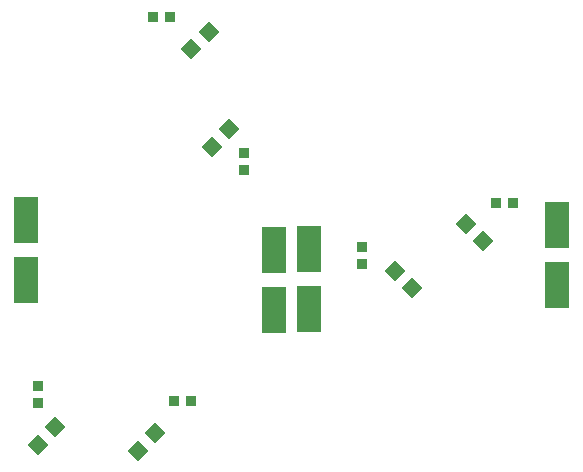
<source format=gbp>
%TF.GenerationSoftware,Altium Limited,Altium Designer,23.1.1 (15)*%
G04 Layer_Color=128*
%FSLAX42Y42*%
%MOMM*%
%TF.SameCoordinates,B28E977E-5D45-45F3-9009-D632A0DEB075*%
%TF.FilePolarity,Positive*%
%TF.FileFunction,Paste,Bot*%
%TF.Part,Single*%
G01*
G75*
%TA.AperFunction,SMDPad,CuDef*%
%ADD13R,0.96X0.94*%
%ADD14R,2.00X4.00*%
%ADD15P,1.70X4X360.0*%
%ADD16P,1.70X4X90.0*%
%ADD17R,0.94X0.96*%
D13*
X250Y1400D02*
D03*
Y1257D02*
D03*
X3000Y2572D02*
D03*
Y2428D02*
D03*
X2000Y3228D02*
D03*
Y3372D02*
D03*
D14*
X150Y2808D02*
D03*
Y2300D02*
D03*
X4650Y2758D02*
D03*
Y2250D02*
D03*
X2250Y2042D02*
D03*
Y2550D02*
D03*
X2550Y2050D02*
D03*
Y2558D02*
D03*
D15*
X3876Y2774D02*
D03*
X4024Y2626D02*
D03*
X3276Y2374D02*
D03*
X3424Y2226D02*
D03*
D16*
X1101Y851D02*
D03*
X1249Y999D02*
D03*
X252Y902D02*
D03*
X400Y1050D02*
D03*
X1699Y4399D02*
D03*
X1551Y4251D02*
D03*
X1726Y3426D02*
D03*
X1874Y3574D02*
D03*
D17*
X1547Y1275D02*
D03*
X1403D02*
D03*
X1228Y4525D02*
D03*
X1372D02*
D03*
X4272Y2950D02*
D03*
X4128D02*
D03*
%TF.MD5,e3d8dce18724dedc290dccdc34410223*%
M02*

</source>
